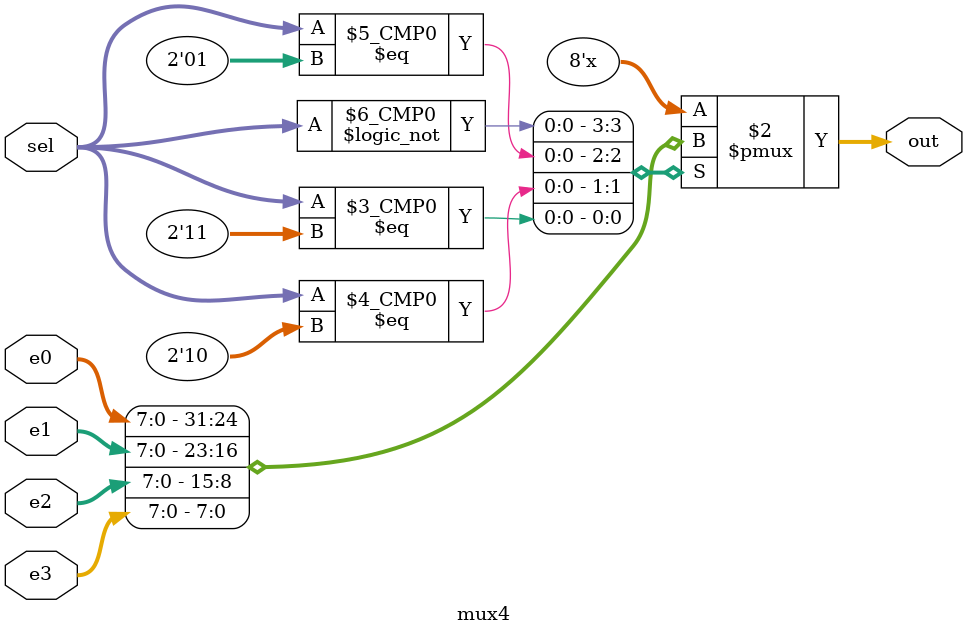
<source format=v>
module mux4(e0, e1, e2, e3, sel, out);
  input      [7:0] e0, e1, e2, e3;
  input      [1:0] sel; // selector de 2 bits
  output reg [7:0] out;
  
  wire  [7:0]  e0, e1, e2, e3;
  wire  [1:0]  sel;
  
  /* para MUX A:
    sel=00: out = regA
    sel=01: out = regB
    sel=10: out = numero 1 en 8 bits
    sel=11: out = numero 0 en 8 bits
  */
  
  /* para MUX B:
    sel=00: out = regB
    sel=01: out = unico out de Data Memory (por ahora 0 pq no lo piden en la primera entrega jejej)
    sel=10: out = k8 (literal; los 8 LSBs salientes de Instruction Memory)
    sel=11: out = numero 0 en 8 bits
  */

  always @* begin
    case(sel)
      2'b00: out = e0;
      2'b01: out = e1;
      2'b10: out = e2;
      2'b11: out = e3;

      default: out = 8'b00000000;
    endcase // sel
  end // always @*
endmodule

</source>
